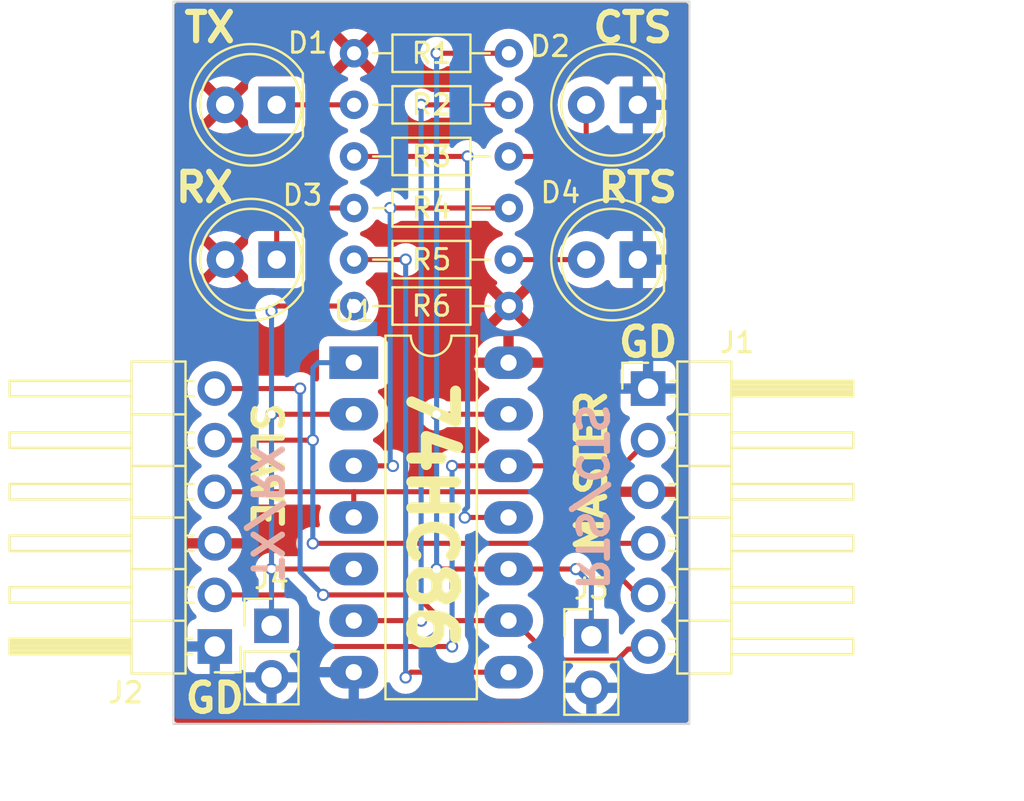
<source format=kicad_pcb>
(kicad_pcb (version 20240108) (generator "pcbnew") (generator_version "8.0")
  (title_block (date "2024-09-17") (rev "2"))
  (layers (0 "F.Cu" signal) (31 "B.Cu" signal) (36 "B.SilkS" user "B.Silkscreen") (37 "F.SilkS" user "F.Silkscreen") (38 "B.Mask" user) (39 "F.Mask" user) (44 "Edge.Cuts" user))
  (net 0 "")
  (net 1 "Net-(R4-Pad1)")
  (net 2 "Net-(R3-Pad1)")
  (net 3 "Net-(R2-Pad1)")
  (net 4 "/GND")
  (net 5 "/VCC")
  (net 6 "Net-(D1-A)")
  (net 7 "Net-(D2-K)")
  (net 8 "Net-(D3-K)")
  (net 9 "Net-(D4-A)")
  (net 10 "Net-(J3-Pin_1)")
  (net 11 "Net-(J4-Pin_1)")
  (net 12 "/M_TX")
  (net 13 "/M_RX")
  (net 14 "/M_RTS")
  (net 15 "/M_CTS")
  (net 16 "Net-(R5-Pad1)")
  (footprint "Connector_PinHeader_2.54mm:PinHeader_1x02_P2.54mm_Vertical" (layer "F.Cu") (at 84.074 54.102)
    (property "Reference" "J3" (at 0 -2.33 0) (layer "F.SilkS"))
    (property "Value" "Conn_01x02")
    (fp_line (start -1.33 -1.33) (end 0 -1.33) (stroke (width 0.12)) (layer "F.SilkS"))
    (fp_line (start -1.33 0) (end -1.33 -1.33) (stroke (width 0.12)) (layer "F.SilkS"))
    (fp_line (start -1.33 1.27) (end -1.33 3.87) (stroke (width 0.12)) (layer "F.SilkS"))
    (fp_line (start -1.33 1.27) (end 1.33 1.27) (stroke (width 0.12)) (layer "F.SilkS"))
    (fp_line (start -1.33 3.87) (end 1.33 3.87) (stroke (width 0.12)) (layer "F.SilkS"))
    (fp_line (start 1.33 1.27) (end 1.33 3.87) (stroke (width 0.12)) (layer "F.SilkS"))
    (pad "1" thru_hole rect (at 0 0) (size 1.7 1.7) (drill 1) (layers "*.Cu" "*.Mask") (net 10 "Net-(J3-Pin_1)"))
    (pad "2" thru_hole oval (at 0 2.54) (size 1.7 1.7) (drill 1) (layers "*.Cu" "*.Mask") (net 4 "/GND"))
  )
  (footprint "LED_THT:LED_D5.0mm" (layer "F.Cu") (at 86.36 35.56 180)
    (property "Reference" "D4" (at 3.81 3.302 0) (layer "F.SilkS"))
    (property "Value" "LED")
    (fp_line (start -1.29 -1.545) (end -1.29 1.545) (stroke (width 0.12)) (layer "F.SilkS"))
    (fp_arc (start 4.26 -0.000462) (mid 2.072002 2.880433) (end -1.29 1.54483) (stroke (width 0.12)) (layer "F.SilkS"))
    (fp_arc (start -1.29 -1.54483) (mid 2.072002 -2.880433) (end 4.26 0.000462) (stroke (width 0.12)) (layer "F.SilkS"))
    (fp_circle (center 1.27 0) (end 3.77 0) (stroke (width 0.12)) (fill none) (layer "F.SilkS"))
    (pad "1" thru_hole rect (at 0 0 180) (size 1.8 1.8) (drill 0.9) (layers "*.Cu" "*.Mask") (net 4 "/GND"))
    (pad "2" thru_hole circle (at 2.54 0 180) (size 1.8 1.8) (drill 0.9) (layers "*.Cu" "*.Mask") (net 6 "Net-(D1-A)"))
  )
  (footprint "Connector_PinHeader_2.54mm:PinHeader_1x02_P2.54mm_Vertical" (layer "F.Cu") (at 68.326 53.589)
    (property "Reference" "J4" (at 0 -2.33 0) (layer "F.SilkS"))
    (property "Value" "Conn_01x02")
    (fp_line (start -1.33 -1.33) (end 0 -1.33) (stroke (width 0.12)) (layer "F.SilkS"))
    (fp_line (start -1.33 0) (end -1.33 -1.33) (stroke (width 0.12)) (layer "F.SilkS"))
    (fp_line (start -1.33 1.27) (end -1.33 3.87) (stroke (width 0.12)) (layer "F.SilkS"))
    (fp_line (start -1.33 1.27) (end 1.33 1.27) (stroke (width 0.12)) (layer "F.SilkS"))
    (fp_line (start -1.33 3.87) (end 1.33 3.87) (stroke (width 0.12)) (layer "F.SilkS"))
    (fp_line (start 1.33 1.27) (end 1.33 3.87) (stroke (width 0.12)) (layer "F.SilkS"))
    (pad "1" thru_hole rect (at 0 0) (size 1.7 1.7) (drill 1) (layers "*.Cu" "*.Mask") (net 11 "Net-(J4-Pin_1)"))
    (pad "2" thru_hole oval (at 0 2.54) (size 1.7 1.7) (drill 1) (layers "*.Cu" "*.Mask") (net 4 "/GND"))
  )
  (footprint "LED_THT:LED_D5.0mm" (layer "F.Cu") (at 86.36 27.94 180)
    (property "Reference" "D2" (at 4.318 2.880433 0) (layer "F.SilkS"))
    (property "Value" "LED")
    (fp_line (start -1.29 -1.545) (end -1.29 1.545) (stroke (width 0.12)) (layer "F.SilkS"))
    (fp_arc (start 4.26 -0.000462) (mid 2.072002 2.880433) (end -1.29 1.54483) (stroke (width 0.12)) (layer "F.SilkS"))
    (fp_arc (start -1.29 -1.54483) (mid 2.072002 -2.880433) (end 4.26 0.000462) (stroke (width 0.12)) (layer "F.SilkS"))
    (fp_circle (center 1.27 0) (end 3.77 0) (stroke (width 0.12)) (fill none) (layer "F.SilkS"))
    (pad "1" thru_hole rect (at 0 0 180) (size 1.8 1.8) (drill 0.9) (layers "*.Cu" "*.Mask") (net 4 "/GND"))
    (pad "2" thru_hole circle (at 2.54 0 180) (size 1.8 1.8) (drill 0.9) (layers "*.Cu" "*.Mask") (net 9 "Net-(D4-A)"))
  )
  (footprint "LED_THT:LED_D5.0mm" (layer "F.Cu") (at 68.58 35.56 180)
    (property "Reference" "D3" (at -1.27 3.175 0) (layer "F.SilkS"))
    (property "Value" "LED")
    (fp_line (start -1.29 -1.545) (end -1.29 1.545) (stroke (width 0.12)) (layer "F.SilkS"))
    (fp_arc (start 4.26 -0.000462) (mid 2.072002 2.880433) (end -1.29 1.54483) (stroke (width 0.12)) (layer "F.SilkS"))
    (fp_arc (start -1.29 -1.54483) (mid 2.072002 -2.880433) (end 4.26 0.000462) (stroke (width 0.12)) (layer "F.SilkS"))
    (fp_circle (center 1.27 0) (end 3.77 0) (stroke (width 0.12)) (fill none) (layer "F.SilkS"))
    (pad "1" thru_hole rect (at 0 0 180) (size 1.8 1.8) (drill 0.9) (layers "*.Cu" "*.Mask") (net 7 "Net-(D2-K)"))
    (pad "2" thru_hole circle (at 2.54 0 180) (size 1.8 1.8) (drill 0.9) (layers "*.Cu" "*.Mask") (net 5 "/VCC"))
  )
  (footprint "Connector_PinHeader_2.54mm:PinHeader_1x06_P2.54mm_Horizontal" (layer "F.Cu") (at 86.868 41.91)
    (property "Reference" "J1" (at 4.385 -2.27 0) (layer "F.SilkS"))
    (property "Value" "FTDI-Master")
    (fp_line (start -1.27 -1.27) (end 0 -1.27) (stroke (width 0.12)) (layer "F.SilkS"))
    (fp_line (start -1.27 0) (end -1.27 -1.27) (stroke (width 0.12)) (layer "F.SilkS"))
    (fp_line (start 1.042929 2.16) (end 1.44 2.16) (stroke (width 0.12)) (layer "F.SilkS"))
    (fp_line (start 1.042929 2.92) (end 1.44 2.92) (stroke (width 0.12)) (layer "F.SilkS"))
    (fp_line (start 1.042929 4.7) (end 1.44 4.7) (stroke (width 0.12)) (layer "F.SilkS"))
    (fp_line (start 1.042929 5.46) (end 1.44 5.46) (stroke (width 0.12)) (layer "F.SilkS"))
    (fp_line (start 1.042929 7.24) (end 1.44 7.24) (stroke (width 0.12)) (layer "F.SilkS"))
    (fp_line (start 1.042929 8) (end 1.44 8) (stroke (width 0.12)) (layer "F.SilkS"))
    (fp_line (start 1.042929 9.78) (end 1.44 9.78) (stroke (width 0.12)) (layer "F.SilkS"))
    (fp_line (start 1.042929 10.54) (end 1.44 10.54) (stroke (width 0.12)) (layer "F.SilkS"))
    (fp_line (start 1.042929 12.32) (end 1.44 12.32) (stroke (width 0.12)) (layer "F.SilkS"))
    (fp_line (start 1.042929 13.08) (end 1.44 13.08) (stroke (width 0.12)) (layer "F.SilkS"))
    (fp_line (start 1.11 -0.38) (end 1.44 -0.38) (stroke (width 0.12)) (layer "F.SilkS"))
    (fp_line (start 1.11 0.38) (end 1.44 0.38) (stroke (width 0.12)) (layer "F.SilkS"))
    (fp_line (start 1.44 -1.33) (end 1.44 14.03) (stroke (width 0.12)) (layer "F.SilkS"))
    (fp_line (start 1.44 1.27) (end 4.1 1.27) (stroke (width 0.12)) (layer "F.SilkS"))
    (fp_line (start 1.44 3.81) (end 4.1 3.81) (stroke (width 0.12)) (layer "F.SilkS"))
    (fp_line (start 1.44 6.35) (end 4.1 6.35) (stroke (width 0.12)) (layer "F.SilkS"))
    (fp_line (start 1.44 8.89) (end 4.1 8.89) (stroke (width 0.12)) (layer "F.SilkS"))
    (fp_line (start 1.44 11.43) (end 4.1 11.43) (stroke (width 0.12)) (layer "F.SilkS"))
    (fp_line (start 1.44 14.03) (end 4.1 14.03) (stroke (width 0.12)) (layer "F.SilkS"))
    (fp_line (start 4.1 -1.33) (end 1.44 -1.33) (stroke (width 0.12)) (layer "F.SilkS"))
    (fp_line (start 4.1 -0.38) (end 10.1 -0.38) (stroke (width 0.12)) (layer "F.SilkS"))
    (fp_line (start 4.1 -0.32) (end 10.1 -0.32) (stroke (width 0.12)) (layer "F.SilkS"))
    (fp_line (start 4.1 -0.2) (end 10.1 -0.2) (stroke (width 0.12)) (layer "F.SilkS"))
    (fp_line (start 4.1 -0.08) (end 10.1 -0.08) (stroke (width 0.12)) (layer "F.SilkS"))
    (fp_line (start 4.1 0.04) (end 10.1 0.04) (stroke (width 0.12)) (layer "F.SilkS"))
    (fp_line (start 4.1 0.16) (end 10.1 0.16) (stroke (width 0.12)) (layer "F.SilkS"))
    (fp_line (start 4.1 0.28) (end 10.1 0.28) (stroke (width 0.12)) (layer "F.SilkS"))
    (fp_line (start 4.1 2.16) (end 10.1 2.16) (stroke (width 0.12)) (layer "F.SilkS"))
    (fp_line (start 4.1 4.7) (end 10.1 4.7) (stroke (width 0.12)) (layer "F.SilkS"))
    (fp_line (start 4.1 7.24) (end 10.1 7.24) (stroke (width 0.12)) (layer "F.SilkS"))
    (fp_line (start 4.1 9.78) (end 10.1 9.78) (stroke (width 0.12)) (layer "F.SilkS"))
    (fp_line (start 4.1 12.32) (end 10.1 12.32) (stroke (width 0.12)) (layer "F.SilkS"))
    (fp_line (start 4.1 14.03) (end 4.1 -1.33) (stroke (width 0.12)) (layer "F.SilkS"))
    (fp_line (start 10.1 -0.38) (end 10.1 0.38) (stroke (width 0.12)) (layer "F.SilkS"))
    (fp_line (start 10.1 0.38) (end 4.1 0.38) (stroke (width 0.12)) (layer "F.SilkS"))
    (fp_line (start 10.1 2.16) (end 10.1 2.92) (stroke (width 0.12)) (layer "F.SilkS"))
    (fp_line (start 10.1 2.92) (end 4.1 2.92) (stroke (width 0.12)) (layer "F.SilkS"))
    (fp_line (start 10.1 4.7) (end 10.1 5.46) (stroke (width 0.12)) (layer "F.SilkS"))
    (fp_line (start 10.1 5.46) (end 4.1 5.46) (stroke (width 0.12)) (layer "F.SilkS"))
    (fp_line (start 10.1 7.24) (end 10.1 8) (stroke (width 0.12)) (layer "F.SilkS"))
    (fp_line (start 10.1 8) (end 4.1 8) (stroke (width 0.12)) (layer "F.SilkS"))
    (fp_line (start 10.1 9.78) (end 10.1 10.54) (stroke (width 0.12)) (layer "F.SilkS"))
    (fp_line (start 10.1 10.54) (end 4.1 10.54) (stroke (width 0.12)) (layer "F.SilkS"))
    (fp_line (start 10.1 12.32) (end 10.1 13.08) (stroke (width 0.12)) (layer "F.SilkS"))
    (fp_line (start 10.1 13.08) (end 4.1 13.08) (stroke (width 0.12)) (layer "F.SilkS"))
    (pad "1" thru_hole rect (at 0 0) (size 1.7 1.7) (drill 1) (layers "*.Cu" "*.Mask") (net 4 "/GND"))
    (pad "2" thru_hole oval (at 0 2.54) (size 1.7 1.7) (drill 1) (layers "*.Cu" "*.Mask") (net 15 "/M_CTS"))
    (pad "3" thru_hole oval (at 0 5.08) (size 1.7 1.7) (drill 1) (layers "*.Cu" "*.Mask") (net 5 "/VCC"))
    (pad "4" thru_hole oval (at 0 7.62) (size 1.7 1.7) (drill 1) (layers "*.Cu" "*.Mask") (net 12 "/M_TX"))
    (pad "5" thru_hole oval (at 0 10.16) (size 1.7 1.7) (drill 1) (layers "*.Cu" "*.Mask") (net 13 "/M_RX"))
    (pad "6" thru_hole oval (at 0 12.7) (size 1.7 1.7) (drill 1) (layers "*.Cu" "*.Mask") (net 14 "/M_RTS"))
  )
  (footprint "Resistor_THT:R_Axial_DIN0204_L3.6mm_D1.6mm_P7.62mm_Horizontal" (layer "F.Cu") (at 80.01 27.94 180)
    (property "Reference" "R2" (at 3.81 0 0) (layer "F.SilkS"))
    (property "Value" "R_Small")
    (fp_line (start 6.68 0) (end 5.73 0) (stroke (width 0.12)) (layer "F.SilkS"))
    (fp_line (start 5.73 0.92) (end 5.73 -0.92) (stroke (width 0.12)) (layer "F.SilkS"))
    (fp_line (start 5.73 -0.92) (end 1.89 -0.92) (stroke (width 0.12)) (layer "F.SilkS"))
    (fp_line (start 1.89 0.92) (end 5.73 0.92) (stroke (width 0.12)) (layer "F.SilkS"))
    (fp_line (start 1.89 -0.92) (end 1.89 0.92) (stroke (width 0.12)) (layer "F.SilkS"))
    (fp_line (start 0.94 0) (end 1.89 0) (stroke (width 0.12)) (layer "F.SilkS"))
    (pad "1" thru_hole circle (at 0 0 180) (size 1.4 1.4) (drill 0.7) (layers "*.Cu" "*.Mask") (net 3 "Net-(R2-Pad1)"))
    (pad "2" thru_hole oval (at 7.62 0 180) (size 1.4 1.4) (drill 0.7) (layers "*.Cu" "*.Mask") (net 8 "Net-(D3-K)"))
  )
  (footprint "Resistor_THT:R_Axial_DIN0204_L3.6mm_D1.6mm_P7.62mm_Horizontal" (layer "F.Cu") (at 72.39 25.4)
    (property "Reference" "R1" (at 3.81 0 0) (layer "F.SilkS"))
    (property "Value" "R_Small")
    (fp_line (start 0.94 0) (end 1.89 0) (stroke (width 0.12)) (layer "F.SilkS"))
    (fp_line (start 1.89 -0.92) (end 1.89 0.92) (stroke (width 0.12)) (layer "F.SilkS"))
    (fp_line (start 1.89 0.92) (end 5.73 0.92) (stroke (width 0.12)) (layer "F.SilkS"))
    (fp_line (start 5.73 -0.92) (end 1.89 -0.92) (stroke (width 0.12)) (layer "F.SilkS"))
    (fp_line (start 5.73 0.92) (end 5.73 -0.92) (stroke (width 0.12)) (layer "F.SilkS"))
    (fp_line (start 6.68 0) (end 5.73 0) (stroke (width 0.12)) (layer "F.SilkS"))
    (pad "1" thru_hole circle (at 0 0) (size 1.4 1.4) (drill 0.7) (layers "*.Cu" "*.Mask") (net 5 "/VCC"))
    (pad "2" thru_hole oval (at 7.62 0) (size 1.4 1.4) (drill 0.7) (layers "*.Cu" "*.Mask") (net 10 "Net-(J3-Pin_1)"))
  )
  (footprint "Resistor_THT:R_Axial_DIN0204_L3.6mm_D1.6mm_P7.62mm_Horizontal" (layer "F.Cu") (at 80.01 33.02 180)
    (property "Reference" "R4" (at 3.81 0 0) (layer "F.SilkS"))
    (property "Value" "R_Small")
    (fp_line (start 6.68 0) (end 5.73 0) (stroke (width 0.12)) (layer "F.SilkS"))
    (fp_line (start 5.73 0.92) (end 5.73 -0.92) (stroke (width 0.12)) (layer "F.SilkS"))
    (fp_line (start 5.73 -0.92) (end 1.89 -0.92) (stroke (width 0.12)) (layer "F.SilkS"))
    (fp_line (start 1.89 0.92) (end 5.73 0.92) (stroke (width 0.12)) (layer "F.SilkS"))
    (fp_line (start 1.89 -0.92) (end 1.89 0.92) (stroke (width 0.12)) (layer "F.SilkS"))
    (fp_line (start 0.94 0) (end 1.89 0) (stroke (width 0.12)) (layer "F.SilkS"))
    (pad "1" thru_hole circle (at 0 0 180) (size 1.4 1.4) (drill 0.7) (layers "*.Cu" "*.Mask") (net 1 "Net-(R4-Pad1)"))
    (pad "2" thru_hole oval (at 7.62 0 180) (size 1.4 1.4) (drill 0.7) (layers "*.Cu" "*.Mask") (net 7 "Net-(D2-K)"))
  )
  (footprint "LED_THT:LED_D5.0mm" (layer "F.Cu") (at 68.58 27.94 180)
    (property "Reference" "D1" (at -1.524 3.048 0) (layer "F.SilkS"))
    (property "Value" "LED")
    (fp_line (start -1.29 -1.545) (end -1.29 1.545) (stroke (width 0.12)) (layer "F.SilkS"))
    (fp_arc (start 4.26 -0.000462) (mid 2.072002 2.880433) (end -1.29 1.54483) (stroke (width 0.12)) (layer "F.SilkS"))
    (fp_arc (start -1.29 -1.54483) (mid 2.072002 -2.880433) (end 4.26 0.000462) (stroke (width 0.12)) (layer "F.SilkS"))
    (fp_circle (center 1.27 0) (end 3.77 0) (stroke (width 0.12)) (fill none) (layer "F.SilkS"))
    (pad "1" thru_hole rect (at 0 0 180) (size 1.8 1.8) (drill 0.9) (layers "*.Cu" "*.Mask") (net 8 "Net-(D3-K)"))
    (pad "2" thru_hole circle (at 2.54 0 180) (size 1.8 1.8) (drill 0.9) (layers "*.Cu" "*.Mask") (net 5 "/VCC"))
  )
  (footprint "Resistor_THT:R_Axial_DIN0204_L3.6mm_D1.6mm_P7.62mm_Horizontal" (layer "F.Cu") (at 72.39 35.56)
    (property "Reference" "R5" (at 3.81 0 0) (layer "F.SilkS"))
    (property "Value" "R_Small")
    (fp_line (start 0.94 0) (end 1.89 0) (stroke (width 0.12)) (layer "F.SilkS"))
    (fp_line (start 1.89 -0.92) (end 1.89 0.92) (stroke (width 0.12)) (layer "F.SilkS"))
    (fp_line (start 1.89 0.92) (end 5.73 0.92) (stroke (width 0.12)) (layer "F.SilkS"))
    (fp_line (start 5.73 -0.92) (end 1.89 -0.92) (stroke (width 0.12)) (layer "F.SilkS"))
    (fp_line (start 5.73 0.92) (end 5.73 -0.92) (stroke (width 0.12)) (layer "F.SilkS"))
    (fp_line (start 6.68 0) (end 5.73 0) (stroke (width 0.12)) (layer "F.SilkS"))
    (pad "1" thru_hole circle (at 0 0) (size 1.4 1.4) (drill 0.7) (layers "*.Cu" "*.Mask") (net 16 "Net-(R5-Pad1)"))
    (pad "2" thru_hole oval (at 7.62 0) (size 1.4 1.4) (drill 0.7) (layers "*.Cu" "*.Mask") (net 6 "Net-(D1-A)"))
  )
  (footprint "Resistor_THT:R_Axial_DIN0204_L3.6mm_D1.6mm_P7.62mm_Horizontal" (layer "F.Cu") (at 72.39 30.48)
    (property "Reference" "R3" (at 3.81 0 0) (layer "F.SilkS"))
    (property "Value" "R_Small")
    (fp_line (start 0.94 0) (end 1.89 0) (stroke (width 0.12)) (layer "F.SilkS"))
    (fp_line (start 1.89 -0.92) (end 1.89 0.92) (stroke (width 0.12)) (layer "F.SilkS"))
    (fp_line (start 1.89 0.92) (end 5.73 0.92) (stroke (width 0.12)) (layer "F.SilkS"))
    (fp_line (start 5.73 -0.92) (end 1.89 -0.92) (stroke (width 0.12)) (layer "F.SilkS"))
    (fp_line (start 5.73 0.92) (end 5.73 -0.92) (stroke (width 0.12)) (layer "F.SilkS"))
    (fp_line (start 6.68 0) (end 5.73 0) (stroke (width 0.12)) (layer "F.SilkS"))
    (pad "1" thru_hole circle (at 0 0) (size 1.4 1.4) (drill 0.7) (layers "*.Cu" "*.Mask") (net 2 "Net-(R3-Pad1)"))
    (pad "2" thru_hole oval (at 7.62 0) (size 1.4 1.4) (drill 0.7) (layers "*.Cu" "*.Mask") (net 9 "Net-(D4-A)"))
  )
  (footprint "Package_DIP:DIP-14_W7.62mm_LongPads" (layer "F.Cu") (at 72.375 40.635)
    (property "Reference" "U1" (at 0.015 -2.535 0) (layer "F.SilkS"))
    (property "Value" "74HC86")
    (fp_line (start 1.56 -1.33) (end 1.56 16.57) (stroke (width 0.12)) (layer "F.SilkS"))
    (fp_line (start 1.56 16.57) (end 6.06 16.57) (stroke (width 0.12)) (layer "F.SilkS"))
    (fp_line (start 2.81 -1.33) (end 1.56 -1.33) (stroke (width 0.12)) (layer "F.SilkS"))
    (fp_line (start 6.06 -1.33) (end 4.81 -1.33) (stroke (width 0.12)) (layer "F.SilkS"))
    (fp_line (start 6.06 16.57) (end 6.06 -1.33) (stroke (width 0.12)) (layer "F.SilkS"))
    (fp_arc (start 4.81 -1.33) (mid 3.81 -0.33) (end 2.81 -1.33) (stroke (width 0.12)) (layer "F.SilkS"))
    (pad "1" thru_hole rect (at 0 0) (size 2.4 1.6) (drill 0.8) (layers "*.Cu" "*.Mask") (net 13 "/M_RX"))
    (pad "2" thru_hole oval (at 0 2.54) (size 2.4 1.6) (drill 0.8) (layers "*.Cu" "*.Mask") (net 11 "Net-(J4-Pin_1)"))
    (pad "3" thru_hole oval (at 0 5.08) (size 2.4 1.6) (drill 0.8) (layers "*.Cu" "*.Mask") (net 1 "Net-(R4-Pad1)"))
    (pad "4" thru_hole oval (at 0 7.62) (size 2.4 1.6) (drill 0.8) (layers "*.Cu" "*.Mask") (net 12 "/M_TX"))
    (pad "5" thru_hole oval (at 0 10.16) (size 2.4 1.6) (drill 0.8) (layers "*.Cu" "*.Mask") (net 11 "Net-(J4-Pin_1)"))
    (pad "6" thru_hole oval (at 0 12.7) (size 2.4 1.6) (drill 0.8) (layers "*.Cu" "*.Mask") (net 3 "Net-(R2-Pad1)"))
    (pad "7" thru_hole oval (at 0 15.24) (size 2.4 1.6) (drill 0.8) (layers "*.Cu" "*.Mask") (net 4 "/GND"))
    (pad "8" thru_hole oval (at 7.62 15.24) (size 2.4 1.6) (drill 0.8) (layers "*.Cu" "*.Mask") (net 16 "Net-(R5-Pad1)"))
    (pad "9" thru_hole oval (at 7.62 12.7) (size 2.4 1.6) (drill 0.8) (layers "*.Cu" "*.Mask") (net 14 "/M_RTS"))
    (pad "10" thru_hole oval (at 7.62 10.16) (size 2.4 1.6) (drill 0.8) (layers "*.Cu" "*.Mask") (net 10 "Net-(J3-Pin_1)"))
    (pad "11" thru_hole oval (at 7.62 7.62) (size 2.4 1.6) (drill 0.8) (layers "*.Cu" "*.Mask") (net 2 "Net-(R3-Pad1)"))
    (pad "12" thru_hole oval (at 7.62 5.08) (size 2.4 1.6) (drill 0.8) (layers "*.Cu" "*.Mask") (net 15 "/M_CTS"))
    (pad "13" thru_hole oval (at 7.62 2.54) (size 2.4 1.6) (drill 0.8) (layers "*.Cu" "*.Mask") (net 10 "Net-(J3-Pin_1)"))
    (pad "14" thru_hole oval (at 7.62 0) (size 2.4 1.6) (drill 0.8) (layers "*.Cu" "*.Mask") (net 5 "/VCC"))
  )
  (footprint "Resistor_THT:R_Axial_DIN0204_L3.6mm_D1.6mm_P7.62mm_Horizontal" (layer "F.Cu") (at 80.01 37.846 180)
    (property "Reference" "R6" (at 3.81 0 0) (layer "F.SilkS"))
    (property "Value" "R_Small")
    (fp_line (start 6.68 0) (end 5.73 0) (stroke (width 0.12)) (layer "F.SilkS"))
    (fp_line (start 5.73 0.92) (end 5.73 -0.92) (stroke (width 0.12)) (layer "F.SilkS"))
    (fp_line (start 5.73 -0.92) (end 1.89 -0.92) (stroke (width 0.12)) (layer "F.SilkS"))
    (fp_line (start 1.89 0.92) (end 5.73 0.92) (stroke (width 0.12)) (layer "F.SilkS"))
    (fp_line (start 1.89 -0.92) (end 1.89 0.92) (stroke (width 0.12)) (layer "F.SilkS"))
    (fp_line (start 0.94 0) (end 1.89 0) (stroke (width 0.12)) (layer "F.SilkS"))
    (pad "1" thru_hole circle (at 0 0 180) (size 1.4 1.4) (drill 0.7) (layers "*.Cu" "*.Mask") (net 5 "/VCC"))
    (pad "2" thru_hole oval (at 7.62 0 180) (size 1.4 1.4) (drill 0.7) (layers "*.Cu" "*.Mask") (net 11 "Net-(J4-Pin_1)"))
  )
  (footprint "Connector_PinHeader_2.54mm:PinHeader_1x06_P2.54mm_Horizontal" (layer "F.Cu") (at 65.532 54.61 180)
    (property "Reference" "J2" (at 4.385 -2.27 0) (layer "F.SilkS"))
    (property "Value" "FTDI-Slave")
    (fp_line (start 10.1 13.08) (end 4.1 13.08) (stroke (width 0.12)) (layer "F.SilkS"))
    (fp_line (start 10.1 12.32) (end 10.1 13.08) (stroke (width 0.12)) (layer "F.SilkS"))
    (fp_line (start 10.1 10.54) (end 4.1 10.54) (stroke (width 0.12)) (layer "F.SilkS"))
    (fp_line (start 10.1 9.78) (end 10.1 10.54) (stroke (width 0.12)) (layer "F.SilkS"))
    (fp_line (start 10.1 8) (end 4.1 8) (stroke (width 0.12)) (layer "F.SilkS"))
    (fp_line (start 10.1 7.24) (end 10.1 8) (stroke (width 0.12)) (layer "F.SilkS"))
    (fp_line (start 10.1 5.46) (end 4.1 5.46) (stroke (width 0.12)) (layer "F.SilkS"))
    (fp_line (start 10.1 4.7) (end 10.1 5.46) (stroke (width 0.12)) (layer "F.SilkS"))
    (fp_line (start 10.1 2.92) (end 4.1 2.92) (stroke (width 0.12)) (layer "F.SilkS"))
    (fp_line (start 10.1 2.16) (end 10.1 2.92) (stroke (width 0.12)) (layer "F.SilkS"))
    (fp_line (start 10.1 0.38) (end 4.1 0.38) (stroke (width 0.12)) (layer "F.SilkS"))
    (fp_line (start 10.1 -0.38) (end 10.1 0.38) (stroke (width 0.12)) (layer "F.SilkS"))
    (fp_line (start 4.1 14.03) (end 4.1 -1.33) (stroke (width 0.12)) (layer "F.SilkS"))
    (fp_line (start 4.1 12.32) (end 10.1 12.32) (stroke (width 0.12)) (layer "F.SilkS"))
    (fp_line (start 4.1 9.78) (end 10.1 9.78) (stroke (width 0.12)) (layer "F.SilkS"))
    (fp_line (start 4.1 7.24) (end 10.1 7.24) (stroke (width 0.12)) (layer "F.SilkS"))
    (fp_line (start 4.1 4.7) (end 10.1 4.7) (stroke (width 0.12)) (layer "F.SilkS"))
    (fp_line (start 4.1 2.16) (end 10.1 2.16) (stroke (width 0.12)) (layer "F.SilkS"))
    (fp_line (start 4.1 0.28) (end 10.1 0.28) (stroke (width 0.12)) (layer "F.SilkS"))
    (fp_line (start 4.1 0.16) (end 10.1 0.16) (stroke (width 0.12)) (layer "F.SilkS"))
    (fp_line (start 4.1 0.04) (end 10.1 0.04) (stroke (width 0.12)) (layer "F.SilkS"))
    (fp_line (start 4.1 -0.08) (end 10.1 -0.08) (stroke (width 0.12)) (layer "F.SilkS"))
    (fp_line (start 4.1 -0.2) (end 10.1 -0.2) (stroke (width 0.12)) (layer "F.SilkS"))
    (fp_line (start 4.1 -0.32) (end 10.1 -0.32) (stroke (width 0.12)) (layer "F.SilkS"))
    (fp_line (start 4.1 -0.38) (end 10.1 -0.38) (stroke (width 0.12)) (layer "F.SilkS"))
    (fp_line (start 4.1 -1.33) (end 1.44 -1.33) (stroke (width 0.12)) (layer "F.SilkS"))
    (fp_line (start 1.44 14.03) (end 4.1 14.03) (stroke (width 0.12)) (layer "F.SilkS"))
    (fp_line (start 1.44 11.43) (end 4.1 11.43) (stroke (width 0.12)) (layer "F.SilkS"))
    (fp_line (start 1.44 8.89) (end 4.1 8.89) (stroke (width 0.12)) (layer "F.SilkS"))
    (fp_line (start 1.44 6.35) (end 4.1 6.35) (stroke (width 0.12)) (layer "F.SilkS"))
    (fp_line (start 1.44 3.81) (end 4.1 3.81) (stroke (width 0.12)) (layer "F.SilkS"))
    (fp_line (start 1.44 1.27) (end 4.1 1.27) (stroke (width 0.12)) (layer "F.SilkS"))
    (fp_line (start 1.44 -1.33) (end 1.44 14.03) (stroke (width 0.12)) (layer "F.SilkS"))
    (fp_line (start 1.11 0.38) (end 1.44 0.38) (stroke (width 0.12)) (layer "F.SilkS"))
    (fp_line (start 1.11 -0.38) (end 1.44 -0.38) (stroke (width 0.12)) (layer "F.SilkS"))
    (fp_line (start 1.042929 13.08) (end 1.44 13.08) (stroke (width 0.12)) (layer "F.SilkS"))
    (fp_line (start 1.042929 12.32) (end 1.44 12.32) (stroke (width 0.12)) (layer "F.SilkS"))
    (fp_line (start 1.042929 10.54) (end 1.44 10.54) (stroke (width 0.12)) (layer "F.SilkS"))
    (fp_line (start 1.042929 9.78) (end 1.44 9.78) (stroke (width 0.12)) (layer "F.SilkS"))
    (fp_line (start 1.042929 8) (end 1.44 8) (stroke (width 0.12)) (layer "F.SilkS"))
    (fp_line (start 1.042929 7.24) (end 1.44 7.24) (stroke (width 0.12)) (layer "F.SilkS"))
    (fp_line (start 1.042929 5.46) (end 1.44 5.46) (stroke (width 0.12)) (layer "F.SilkS"))
    (fp_line (start 1.042929 4.7) (end 1.44 4.7) (stroke (width 0.12)) (layer "F.SilkS"))
    (fp_line (start 1.042929 2.92) (end 1.44 2.92) (stroke (width 0.12)) (layer "F.SilkS"))
    (fp_line (start 1.042929 2.16) (end 1.44 2.16) (stroke (width 0.12)) (layer "F.SilkS"))
    (fp_line (start -1.27 0) (end -1.27 -1.27) (stroke (width 0.12)) (layer "F.SilkS"))
    (fp_line (start -1.27 -1.27) (end 0 -1.27) (stroke (width 0.12)) (layer "F.SilkS"))
    (pad "1" thru_hole rect (at 0 0 180) (size 1.7 1.7) (drill 1) (layers "*.Cu" "*.Mask") (net 4 "/GND"))
    (pad "2" thru_hole oval (at 0 2.54 180) (size 1.7 1.7) (drill 1) (layers "*.Cu" "*.Mask") (net 15 "/M_CTS"))
    (pad "3" thru_hole oval (at 0 5.08 180) (size 1.7 1.7) (drill 1) (layers "*.Cu" "*.Mask") (net 5 "/VCC"))
    (pad "4" thru_hole oval (at 0 7.62 180) (size 1.7 1.7) (drill 1) (layers "*.Cu" "*.Mask") (net 12 "/M_TX"))
    (pad "5" thru_hole oval (at 0 10.16 180) (size 1.7 1.7) (drill 1) (layers "*.Cu" "*.Mask") (net 13 "/M_RX"))
    (pad "6" thru_hole oval (at 0 12.7 180) (size 1.7 1.7) (drill 1) (layers "*.Cu" "*.Mask") (net 14 "/M_RTS"))
  )
  (gr_line (start 88.9 22.86) (end 63.5 22.86) (stroke (width 0.1)) (layer "Edge.Cuts"))
  (gr_line (start 88.9 58.42) (end 88.9 22.86) (stroke (width 0.1)) (layer "Edge.Cuts"))
  (gr_line (start 63.5 22.86) (end 63.5 58.42) (stroke (width 0.1)) (layer "Edge.Cuts"))
  (gr_line (start 63.5 58.42) (end 88.9 58.42) (stroke (width 0.1)) (layer "Edge.Cuts"))
  (gr_text "RTS/CTS" (at 84.074 47.244 270) (layer "B.SilkS") (effects (font (size 1.397 1.397) (thickness 0.3048)) (justify mirror)))
  (gr_text "TX/RX" (at 68.072 48.006 270) (layer "B.SilkS") (effects (font (size 1.397 1.397) (thickness 0.3048)) (justify mirror)))
  (gr_text "RX" (at 65.024 32.004 0) (layer "F.SilkS") (effects (font (size 1.397 1.397) (thickness 0.3048))))
  (gr_text "CTS" (at 86.106 24.13 0) (layer "F.SilkS") (effects (font (size 1.397 1.397) (thickness 0.3048))))
  (gr_text "GD" (at 86.868 39.624 0) (layer "F.SilkS") (effects (font (size 1.397 1.397) (thickness 0.3048))))
  (gr_text "TX" (at 65.278 24.13 0) (layer "F.SilkS") (effects (font (size 1.397 1.397) (thickness 0.3048))))
  (gr_text "RTS" (at 86.36 32.004 0) (layer "F.SilkS") (effects (font (size 1.397 1.397) (thickness 0.3048))))
  (gr_text "74HC86" (at 76.2 48.26 270) (layer "F.SilkS") (effects (font (size 2.159 2.2352) (thickness 0.53975) (bold yes))))
  (gr_text "MASTER" (at 84.074 45.974 90) (layer "F.SilkS") (effects (font (size 1.397 1.397) (thickness 0.3048))))
  (gr_text "GD" (at 65.532 57.15 0) (layer "F.SilkS") (effects (font (size 1.397 1.397) (thickness 0.3048))))
  (gr_text "SLAVE" (at 68.072 45.72 270) (layer "F.SilkS") (effects (font (size 1.397 1.397) (thickness 0.3048))))
  (segment (start 72.375 45.715) (end 74.3 45.715) (width 0.25) (layer "F.Cu") (net 1))
  (segment (start 74.3 45.715) (end 74.305 45.72) (width 0.25) (layer "F.Cu") (net 1))
  (segment (start 74.168 33.02) (end 80.01 33.02) (width 0.25) (layer "F.Cu") (net 1))
  (via (at 74.168 33.02) (size 0.6) (drill 0.4) (layers "F.Cu" "B.Cu") (net 1))
  (via (at 74.305 45.72) (size 0.6) (drill 0.4) (layers "F.Cu" "B.Cu") (net 1))
  (segment (start 74.305 45.72) (end 74.168 45.583) (width 0.25) (layer "B.Cu") (net 1))
  (segment (start 74.168 45.583) (end 74.168 33.02) (width 0.25) (layer "B.Cu") (net 1))
  (segment (start 79.995 48.255) (end 77.846 48.255) (width 0.25) (layer "F.Cu") (net 2))
  (segment (start 77.846 48.255) (end 77.841 48.26) (width 0.25) (layer "F.Cu") (net 2))
  (segment (start 77.978 30.48) (end 72.39 30.48) (width 0.25) (layer "F.Cu") (net 2))
  (via (at 77.841 48.26) (size 0.6) (drill 0.4) (layers "F.Cu" "B.Cu") (net 2))
  (via (at 77.978 30.48) (size 0.6) (drill 0.4) (layers "F.Cu" "B.Cu") (net 2))
  (segment (start 77.841 47.889) (end 77.978 47.752) (width 0.25) (layer "B.Cu") (net 2))
  (segment (start 77.978 47.752) (end 77.978 30.48) (width 0.25) (layer "B.Cu") (net 2))
  (segment (start 77.841 48.26) (end 77.841 47.889) (width 0.25) (layer "B.Cu") (net 2))
  (segment (start 75.687 53.335) (end 75.692 53.34) (width 0.25) (layer "F.Cu") (net 3))
  (segment (start 75.692 27.94) (end 80.01 27.94) (width 0.25) (layer "F.Cu") (net 3))
  (segment (start 72.375 53.335) (end 75.687 53.335) (width 0.25) (layer "F.Cu") (net 3))
  (via (at 75.692 53.34) (size 0.6) (drill 0.4) (layers "F.Cu" "B.Cu") (net 3))
  (via (at 75.692 27.94) (size 0.6) (drill 0.4) (layers "F.Cu" "B.Cu") (net 3))
  (segment (start 75.692 53.34) (end 75.692 27.94) (width 0.25) (layer "B.Cu") (net 3))
  (segment (start 80.01 35.56) (end 83.82 35.56) (width 0.25) (layer "F.Cu") (net 6))
  (segment (start 72.39 33.02) (end 69.342 33.02) (width 0.25) (layer "F.Cu") (net 7))
  (segment (start 69.342 33.02) (end 68.58 33.782) (width 0.25) (layer "F.Cu") (net 7))
  (segment (start 68.58 33.782) (end 68.58 35.56) (width 0.25) (layer "F.Cu") (net 7))
  (segment (start 72.39 27.94) (end 68.58 27.94) (width 0.25) (layer "F.Cu") (net 8))
  (segment (start 83.82 29.718) (end 83.82 27.94) (width 0.25) (layer "F.Cu") (net 9))
  (segment (start 83.058 30.48) (end 83.82 29.718) (width 0.25) (layer "F.Cu") (net 9))
  (segment (start 80.01 30.48) (end 83.058 30.48) (width 0.25) (layer "F.Cu") (net 9))
  (segment (start 76.454 50.8) (end 76.459 50.795) (width 0.25) (layer "F.Cu") (net 10))
  (segment (start 76.454 43.175) (end 79.995 43.175) (width 0.25) (layer "F.Cu") (net 10))
  (segment (start 76.459 50.795) (end 79.995 50.795) (width 0.25) (layer "F.Cu") (net 10))
  (segment (start 79.995 50.795) (end 83.307 50.795) (width 0.25) (layer "F.Cu") (net 10))
  (segment (start 83.307 50.795) (end 83.312 50.8) (width 0.25) (layer "F.Cu") (net 10))
  (segment (start 76.454 25.4) (end 80.01 25.4) (width 0.25) (layer "F.Cu") (net 10))
  (via (at 76.454 43.175) (size 0.6) (drill 0.4) (layers "F.Cu" "B.Cu") (net 10))
  (via (at 83.312 50.8) (size 0.6) (drill 0.4) (layers "F.Cu" "B.Cu") (net 10))
  (via (at 76.454 25.4) (size 0.6) (drill 0.4) (layers "F.Cu" "B.Cu") (net 10))
  (via (at 76.454 50.8) (size 0.6) (drill 0.4) (layers "F.Cu" "B.Cu") (net 10))
  (segment (start 76.454 43.175) (end 76.454 25.4) (width 0.25) (layer "B.Cu") (net 10))
  (segment (start 84.074 51.562) (end 83.312 50.8) (width 0.25) (layer "B.Cu") (net 10))
  (segment (start 76.454 50.8) (end 76.454 43.175) (width 0.25) (layer "B.Cu") (net 10))
  (segment (start 84.074 54.102) (end 84.074 51.562) (width 0.25) (layer "B.Cu") (net 10))
  (segment (start 72.39 37.846) (end 68.58 37.846) (width 0.25) (layer "F.Cu") (net 11))
  (segment (start 72.375 50.795) (end 68.331 50.795) (width 0.25) (layer "F.Cu") (net 11))
  (segment (start 68.58 37.846) (end 68.326 38.1) (width 0.25) (layer "F.Cu") (net 11))
  (segment (start 68.331 50.795) (end 68.326 50.8) (width 0.25) (layer "F.Cu") (net 11))
  (segment (start 68.839 43.175) (end 72.375 43.175) (width 0.25) (layer "F.Cu") (net 11))
  (segment (start 68.326 43.18) (end 68.834 43.18) (width 0.25) (layer "F.Cu") (net 11))
  (segment (start 68.834 43.18) (end 68.839 43.175) (width 0.25) (layer "F.Cu") (net 11))
  (via (at 68.326 38.1) (size 0.6) (drill 0.4) (layers "F.Cu" "B.Cu") (net 11))
  (via (at 68.326 43.18) (size 0.6) (drill 0.4) (layers "F.Cu" "B.Cu") (net 11))
  (via (at 68.326 50.8) (size 0.6) (drill 0.4) (layers "F.Cu" "B.Cu") (net 11))
  (segment (start 68.326 53.589) (end 68.326 50.8) (width 0.25) (layer "B.Cu") (net 11))
  (segment (start 68.326 43.18) (end 68.326 38.1) (width 0.25) (layer "B.Cu") (net 11))
  (segment (start 68.326 50.8) (end 68.326 43.18) (width 0.25) (layer "B.Cu") (net 11))
  (segment (start 72.39 46.99) (end 82.55 46.99) (width 0.25) (layer "F.Cu") (net 12))
  (segment (start 72.375 48.255) (end 72.375 47.005) (width 0.25) (layer "F.Cu") (net 12))
  (segment (start 65.532 46.99) (end 72.39 46.99) (width 0.25) (layer "F.Cu") (net 12))
  (segment (start 82.55 46.99) (end 85.09 49.53) (width 0.25) (layer "F.Cu") (net 12))
  (segment (start 72.375 47.005) (end 72.39 46.99) (width 0.25) (layer "F.Cu") (net 12))
  (segment (start 85.09 49.53) (end 86.868 49.53) (width 0.25) (layer "F.Cu") (net 12))
  (segment (start 83.82 49.53) (end 70.358 49.53) (width 0.25) (layer "F.Cu") (net 13))
  (segment (start 83.82 49.53) (end 86.164 51.874) (width 0.25) (layer "F.Cu") (net 13))
  (segment (start 65.532 44.45) (end 70.358 44.45) (width 0.25) (layer "F.Cu") (net 13))
  (segment (start 86.672 51.874) (end 86.164 51.874) (width 0.25) (layer "F.Cu") (net 13))
  (via (at 70.358 44.45) (size 0.6) (drill 0.4) (layers "F.Cu" "B.Cu") (net 13))
  (via (at 70.358 49.53) (size 0.6) (drill 0.4) (layers "F.Cu" "B.Cu") (net 13))
  (segment (start 70.358 40.894) (end 70.617 40.635) (width 0.25) (layer "B.Cu") (net 13))
  (segment (start 70.358 49.53) (end 70.358 44.45) (width 0.25) (layer "B.Cu") (net 13))
  (segment (start 70.358 44.45) (end 70.358 40.894) (width 0.25) (layer "B.Cu") (net 13))
  (segment (start 70.617 40.635) (end 72.375 40.635) (width 0.25) (layer "B.Cu") (net 13))
  (segment (start 79.995 53.335) (end 80.259 53.335) (width 0.25) (layer "F.Cu") (net 14))
  (segment (start 75.438 52.07) (end 76.703 53.335) (width 0.25) (layer "F.Cu") (net 14))
  (segment (start 70.866 52.07) (end 75.438 52.07) (width 0.25) (layer "F.Cu") (net 14))
  (segment (start 85.884 54.737) (end 85.344 55.277) (width 0.25) (layer "F.Cu") (net 14))
  (segment (start 80.259 53.335) (end 82.201 55.277) (width 0.25) (layer "F.Cu") (net 14))
  (segment (start 76.703 53.335) (end 79.995 53.335) (width 0.25) (layer "F.Cu") (net 14))
  (segment (start 86.868 54.61) (end 86.741 54.737) (width 0.25) (layer "F.Cu") (net 14))
  (segment (start 82.201 55.277) (end 85.344 55.277) (width 0.25) (layer "F.Cu") (net 14))
  (segment (start 86.741 54.737) (end 85.884 54.737) (width 0.25) (layer "F.Cu") (net 14))
  (segment (start 65.532 41.91) (end 69.733 41.91) (width 0.25) (layer "F.Cu") (net 14))
  (via (at 70.866 52.07) (size 0.6) (drill 0.4) (layers "F.Cu" "B.Cu") (net 14))
  (via (at 69.733 41.91) (size 0.6) (drill 0.4) (layers "F.Cu" "B.Cu") (net 14))
  (segment (start 69.733 41.91) (end 69.733 50.937) (width 0.25) (layer "B.Cu") (net 14))
  (segment (start 69.733 50.937) (end 70.866 52.07) (width 0.25) (layer "B.Cu") (net 14))
  (segment (start 65.532 52.07) (end 69.596 52.07) (width 0.25) (layer "F.Cu") (net 15))
  (segment (start 71.12 54.61) (end 77.216 54.61) (width 0.25) (layer "F.Cu") (net 15))
  (segment (start 69.977 53.467) (end 71.12 54.61) (width 0.25) (layer "F.Cu") (net 15))
  (segment (start 77.724 45.72) (end 77.729 45.715) (width 0.25) (layer "F.Cu") (net 15))
  (segment (start 69.977 52.451) (end 69.977 53.467) (width 0.25) (layer "F.Cu") (net 15))
  (segment (start 77.729 45.715) (end 79.995 45.715) (width 0.25) (layer "F.Cu") (net 15))
  (segment (start 69.596 52.07) (end 69.977 52.451) (width 0.25) (layer "F.Cu") (net 15))
  (segment (start 79.995 45.715) (end 85.603 45.715) (width 0.25) (layer "F.Cu") (net 15))
  (segment (start 85.603 45.715) (end 86.868 44.45) (width 0.25) (layer "F.Cu") (net 15))
  (segment (start 77.216 45.72) (end 77.724 45.72) (width 0.25) (layer "F.Cu") (net 15))
  (via (at 77.216 45.72) (size 0.6) (drill 0.4) (layers "F.Cu" "B.Cu") (net 15))
  (via (at 77.216 54.61) (size 0.6) (drill 0.4) (layers "F.Cu" "B.Cu") (net 15))
  (segment (start 77.216 54.61) (end 77.216 45.72) (width 0.25) (layer "B.Cu") (net 15))
  (segment (start 79.995 55.875) (end 75.189 55.875) (width 0.25) (layer "F.Cu") (net 16))
  (segment (start 74.93 35.56) (end 72.39 35.56) (width 0.25) (layer "F.Cu") (net 16))
  (segment (start 75.189 55.875) (end 74.93 56.134) (width 0.25) (layer "F.Cu") (net 16))
  (via (at 74.93 56.134) (size 0.6) (drill 0.4) (layers "F.Cu" "B.Cu") (net 16))
  (via (at 74.93 35.56) (size 0.6) (drill 0.4) (layers "F.Cu" "B.Cu") (net 16))
  (segment (start 74.93 56.134) (end 74.93 35.56) (width 0.25) (layer "B.Cu") (net 16))
  (zone (net 5) (net_name "/VCC") (layer "F.Cu") (connect_pads (clearance 0.508)) (min_thickness 0.254) (fill yes (thermal_gap 0.508) (thermal_bridge_width 0.508))
    (polygon (pts (xy 88.9 58.42) (xy 63.5 58.42) (xy 63.5 22.86) (xy 88.9 22.86)))
  )
  (zone (net 4) (net_name "/GND") (layer "B.Cu") (connect_pads (clearance 0.508)) (min_thickness 0.254) (fill yes (thermal_gap 0.508) (thermal_bridge_width 0.508))
    (polygon (pts (xy 88.9 58.42) (xy 63.5 58.166) (xy 63.5 22.86) (xy 88.9 22.86)))
  )
)
</source>
